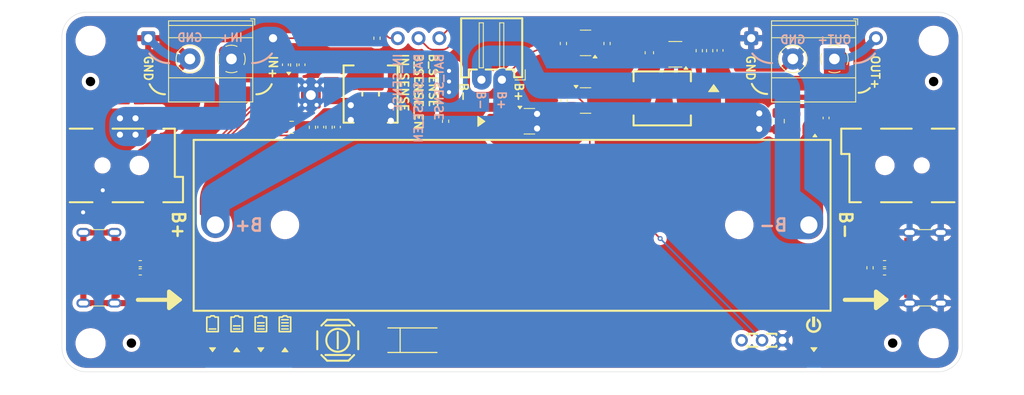
<source format=kicad_pcb>
(kicad_pcb (version 20240108) (generator "pcbnew") (generator_version "8.0")
  (layers (0 "F.Cu" signal) (31 "B.Cu" signal) (34 "B.Paste" user) (35 "F.Paste" user) (36 "B.SilkS" user "B.Silkscreen") (37 "F.SilkS" user "F.Silkscreen") (38 "B.Mask" user) (39 "F.Mask" user) (44 "Edge.Cuts" user))
  (net 0 "")
  (net 1 "B-")
  (net 2 "B+")
  (net 3 "BATVDD")
  (net 4 "GND")
  (net 5 "BOOST")
  (net 6 "VOUT")
  (net 7 "VIN")
  (net 8 "LOAD_SWITCH")
  (net 9 "SW")
  (net 10 "Net-(J1-CC1)")
  (net 11 "Net-(J1-CC2)")
  (net 12 "Net-(J2-CC1)")
  (net 13 "Net-(J2-CC2)")
  (net 14 "LED1")
  (net 15 "LED3")
  (net 16 "LED2")
  (net 17 "Net-(Q2-G)")
  (net 18 "FB")
  (net 19 "KEY")
  (net 20 "Net-(LED5-A)")
  (net 21 "Net-(LED6-A)")
  (net 22 "Net-(C6-Pad1)")
  (net 23 "Net-(C7-Pad1)")
  (net 24 "Net-(R1-Pad2)")
  (net 28 "BAT_SENSE")
  (net 29 "BAT_SENSE_ENABLE")
  (net 30 "Net-(Q3-D)")
  (net 31 "GND_PINS")
  (net 33 "POWER_IN_SENSE")
  (net 34 "BOOST_SW")
  (footprint "custom:PinHeader_1x01_P2.54mm_simple_square" (layer "F.Cu") (at 172.72 76.2)
    (property "Reference" "J12" (hide yes))
    (property "Value" "Conn_01x01")
  )
  (footprint "Resistor_SMD:R_0402_1005Metric" (layer "F.Cu") (at 189.008 104.782)
    (property "Reference" "R13" (hide yes))
    (property "Value" "22K")
  )
  (footprint "custom:LED_0805_2012Metric_Pad1.15x1.40mm_HandSolder_simple" (layer "F.Cu") (at 112.81 114.309 90)
    (property "Reference" "LED3" (hide yes))
    (property "Value" "~")
  )
  (footprint "Capacitor_SMD:C_0402_1005Metric" (layer "F.Cu") (at 122.1615 87.0675 -90)
    (property "Reference" "C2" (hide yes))
    (property "Value" "10uF")
  )
  (footprint "mechanical:JLCPCB-PCBA-Tooling-Hole" (layer "F.Cu") (at 190 113.5)
    (property "Reference" "REF**" (hide yes))
    (property "Value" "JLCPCB-PCBA-Tooling-Hole")
  )
  (footprint "custom:PinHeader_1x01_P2.54mm_simple" (layer "F.Cu") (at 187.96 76.2 -90)
    (property "Reference" "J8" (hide yes))
    (property "Value" "Conn_01x01")
  )
  (footprint "Resistor_SMD:R_0402_1005Metric" (layer "F.Cu") (at 127 76.2 90)
    (property "Reference" "R17" (hide yes))
    (property "Value" "10K")
  )
  (footprint "Resistor_SMD:R_0402_1005Metric" (layer "F.Cu") (at 116.8275 79.4775 90)
    (property "Reference" "R3" (hide yes))
    (property "Value" "2R")
  )
  (footprint "Package_TO_SOT_SMD:SOT-23-6" (layer "F.Cu") (at 163.4435 78.166 180)
    (property "Reference" "U3" (hide yes))
    (property "Value" "MT3608")
  )
  (footprint "Capacitor_SMD:C_0402_1005Metric" (layer "F.Cu") (at 120.1295 87.0675 -90)
    (property "Reference" "C7" (hide yes))
    (property "Value" "10uF")
  )
  (footprint "Resistor_SMD:R_0402_1005Metric" (layer "F.Cu") (at 166.37 77.726 -90)
    (property "Reference" "R9" (hide yes))
    (property "Value" "10K")
  )
  (footprint "custom:SOIC-8-1EP_3.9x4.9mm_P1.27mm_EP2.41x3.3mm_ThermalVias_CustomVias_Large" (layer "F.Cu") (at 118.9245 83.1585)
    (property "Reference" "U1" (hide yes))
    (property "Value" "IP5306")
  )
  (footprint "custom:Inductor_Multi_7.0x6.6_plus" (layer "F.Cu") (at 126.2255 83.0315 -90)
    (property "Reference" "L1" (hide yes))
    (property "Value" "1uH")
  )
  (footprint "Resistor_SMD:R_0805_2012Metric_Pad1.20x1.40mm_HandSolder" (layer "F.Cu") (at 176.022 86.344 90)
    (property "Reference" "R5" (hide yes))
    (property "Value" "100R")
  )
  (footprint "Package_TO_SOT_SMD:SOT-23" (layer "F.Cu") (at 152.4785 83.82)
    (property "Reference" "Q2" (hide yes))
    (property "Value" "AO3401A")
  )
  (footprint "Resistor_SMD:R_0402_1005Metric" (layer "F.Cu") (at 189.008 103.782)
    (property "Reference" "R14" (hide yes))
    (property "Value" "22K")
  )
  (footprint "custom:LED_0805_2012Metric_Pad1.15x1.40mm_HandSolder_simple" (layer "F.Cu") (at 106.91 114.309 90)
    (property "Reference" "LED1" (hide yes))
    (property "Value" "~")
  )
  (footprint "lcsc:BAT-TH_18650-A5BJ001" (layer "F.Cu") (at 143.51 99.04)
    (property "Reference" "BT1" (hide yes))
    (property "Value" "Battery_Cell")
  )
  (footprint "Package_TO_SOT_SMD:SOT-23" (layer "F.Cu") (at 145.6205 86.36)
    (property "Reference" "Q1" (hide yes))
    (property "Value" "AO3401A")
  )
  (footprint "Capacitor_SMD:C_0402_1005Metric" (layer "F.Cu") (at 168.91 77.696 90)
    (property "Reference" "C11" (hide yes))
    (property "Value" "10uF")
  )
  (footprint "custom:D_SMA_simple" (layer "F.Cu") (at 139.732 86.36 180)
    (property "Reference" "D1" (hide yes))
    (property "Value" "SS34")
  )
  (footprint "custom:LED_0805_2012Metric_Pad1.15x1.40mm_HandSolder_simple" (layer "F.Cu") (at 109.86 114.309 -90)
    (property "Reference" "LED2" (hide yes))
    (property "Value" "~")
  )
  (footprint "MountingHole:MountingHole_3.2mm_M3" (layer "F.Cu") (at 195.01 76.514)
    (property "Reference" "REF**" (hide yes))
    (property "Value" "MountingHole_3.2mm_M3")
  )
  (footprint "Resistor_SMD:R_0402_1005Metric" (layer "F.Cu") (at 135.382 86.36 -90)
    (property "Reference" "R6" (hide yes))
    (property "Value" "10K")
  )
  (footprint "custom:USB_C_Receptacle_GCT_USB4125-xx-x_6P_TopMnt_Horizontal_handsolder" (layer "F.Cu") (at 195.068 104.282 90)
    (property "Reference" "J2" (hide yes))
    (property "Value" "USB_C_Receptacle_PowerOnly_6P")
  )
  (footprint "custom:USB_C_Receptacle_GCT_USB4125-xx-x_6P_TopMnt_Horizontal_handsolder" (layer "F.Cu") (at 91.9312 104.282 -90)
    (property "Reference" "J1" (hide yes))
    (property "Value" "USB_C_Receptacle_PowerOnly_6P")
  )
  (footprint "custom:PinHeader_1x03_P2.54mm_Vertical_simple" (layer "F.Cu") (at 134.62 76.2 -90)
    (property "Reference" "J9" (hide yes))
    (property "Value" "Conn_01x03")
  )
  (footprint "mechanical:JLCPCB-PCBA-Tooling-Hole" (layer "F.Cu") (at 195 81.5)
    (property "Reference" "REF**" (hide yes))
    (property "Value" "JLCPCB-PCBA-Tooling-Hole")
  )
  (footprint "Resistor_SMD:R_0402_1005Metric" (layer "F.Cu") (at 187.232 104.284 -90)
    (property "Reference" "R10" (hide yes))
    (property "Value" "10K")
  )
  (footprint "Resistor_SMD:R_0805_2012Metric_Pad1.20x1.40mm_HandSolder" (layer "F.Cu") (at 116.5735 87.0955 180)
    (property "Reference" "R2" (hide yes))
    (property "Value" "20R")
  )
  (footprint "custom:JST_XH_S2B-XH-2AW_1x02_P2.50mm_pad2gnd" (layer "F.Cu") (at 141.01 81.28 180)
    (property "Reference" "J10" (hide yes))
    (property "Value" "Conn_01x02")
  )
  (footprint "custom:PinHeader_1x01_P2.54mm_simple_square" (layer "F.Cu") (at 99.06 76.2)
    (property "Reference" "J11" (hide yes))
    (property "Value" "Conn_01x01")
  )
  (footprint "lcsc:IND-SMD_L7.0-W6.6" (layer "F.Cu") (at 161.846 83.566)
    (property "Reference" "L2" (hide yes))
    (property "Value" "22uH")
  )
  (footprint "MountingHole:MountingHole_3.2mm_M3" (layer "F.Cu") (at 92.01 113.514)
    (property "Reference" "REF**" (hide yes))
    (property "Value" "MountingHole_3.2mm_M3")
  )
  (footprint "Resistor_SMD:R_0402_1005Metric" (layer "F.Cu") (at 119.1135 87.0975 -90)
    (property "Reference" "R1" (hide yes))
    (property "Value" "10K")
  )
  (footprint "custom:DC-IN_DC-050-2.0-BB" (layer "F.Cu") (at 190.448 91.764 180)
    (property "Reference" "J6" (hide yes))
    (property "Value" "Barrel_Jack_Switch")
  )
  (footprint "custom:DC-IN_DC-050-2.0-BB" (layer "F.Cu") (at 96.572 91.764)
    (property "Reference" "J3" (hide yes))
    (property "Value" "Barrel_Jack_Switch")
  )
  (footprint "custom:LED_0805_2012Metric_Pad1.15x1.40mm_HandSolder_simple" (layer "F.Cu") (at 115.76 114.309 -90)
    (property "Reference" "LED4" (hide yes))
    (property "Value" "~")
  )
  (footprint "Capacitor_SMD:C_0603_1608Metric" (layer "F.Cu") (at 160.274 77.978 90)
    (property "Reference" "C10" (hide yes))
    (property "Value" "10uF")
  )
  (footprint "Package_TO_SOT_SMD:SOT-23" (layer "F.Cu") (at 152.4785 76.774 180)
    (property "Reference" "Q3" (hide yes))
    (property "Value" "AO3400A")
  )
  (footprint "custom:SW-TH_DEALON_SS-12D01-GX_simple" (layer "F.Cu") (at 174.041 113.149)
    (property "Reference" "SW2" (hide yes))
    (property "Value" "SW_SPDT")
  )
  (footprint "Capacitor_SMD:C_0402_1005Metric" (layer "F.Cu") (at 115.8115 79.4475 90)
    (property "Reference" "C1" (hide yes))
    (property "Value" "10uF")
  )
  (footprint "custom:PinHeader_1x01_P2.54mm_simple" (layer "F.Cu") (at 114.3 76.2 -90)
    (property "Reference" "J5" (hide yes))
    (property "Value" "Conn_01x01")
  )
  (footprint "MountingHole:MountingHole_3.2mm_M3" (layer "F.Cu") (at 195.01 113.514)
    (property "Reference" "REF**" (hide yes))
    (property "Value" "MountingHole_3.2mm_M3")
  )
  (footprint "custom:TerminalBlock_Phoenix_MKDS-1,5-2-5.08_1x02_P5.08mm_Horizontal" (layer "F.Cu") (at 109.22 78.74 180)
    (property "Reference" "J4" (hide yes))
    (property "Value" "Screw_Terminal_01x02")
  )
  (footprint "Resistor_SMD:R_0402_1005Metric" (layer "F.Cu") (at 121.1455 87.0955 -90)
    (property "Reference" "R4" (hide yes))
    (property "Value" "2R")
  )
  (footprint "custom:SOT-23-5_simple" (layer "F.Cu") (at 179.2025 86.426 180)
    (property "Reference" "U2" (hide yes))
    (property "Value" "XB5350D0")
  )
  (footprint "custom:Push-Button-SMD-4x4x1.5mm_2P_Large_Pads" (layer "F.Cu") (at 122.208 113.149)
    (property "Reference" "SW1" (hide yes))
    (property "Value" "SW_Push")
  )
  (footprint "custom:D_SMA_simple" (layer "F.Cu") (at 168.12 82.328 -90)
    (property "Reference" "D2" (hide yes))
    (property "Value" "SS34")
  )
  (footprint "Resistor_SMD:R_0402_1005Metric" (layer "F.Cu") (at 149.86 83.822 90)
    (property "Reference" "R7" (hide yes))
    (property "Value" "10K")
  )
  (footprint "Resistor_SMD:R_0402_1005Metric" (layer "F.Cu") (at 98.08 103.782)
    (property "Reference" "R12" (hide yes))
    (property "Value" "5K1")
  )
  (footprint "mechanical:JLCPCB-PCBA-Tooling-Hole" (layer "F.Cu") (at 97 113.5)
    (property "Reference" "REF**" (hide yes))
    (property "Value" "JLCPCB-PCBA-Tooling-Hole")
  )
  (footprint "Resistor_SMD:R_0402_1005Metric" (layer "F.Cu") (at 98.08 104.782)
    (property "Reference" "R11" (hide yes))
    (property "Value" "5K1")
  )
  (footprint "Capacitor_SMD:C_0402_1005Metric" (layer "F.Cu") (at 181.864 85.956 90)
    (property "Reference" "C9" (hide yes))
    (property "Value" "0.1uF")
  )
  (footprint "MountingHole:MountingHole_3.2mm_M3" (layer "F.Cu") (at 92.01 76.514)
    (property "Reference" "REF**" (hide yes))
    (property "Value" "MountingHole_3.2mm_M3")
  )
  (footprint "Resistor_SMD:R_0402_1005Metric" (layer "F.Cu") (at 149.7725 76.851 90)
    (property "Reference" "R15" (hide yes))
    (property "Value" "10K")
  )
  (footprint "lcsc:LED-SMD_3P-L5.7-W3.0-RD" (layer "F.Cu") (at 131.2895 113.1395)
    (property "Reference" "LED5" (hide yes))
    (property "Value" "~")
  )
  (footprint "Resistor_SMD:R_0402_1005Metric" (layer "F.Cu") (at 155.1065 76.851 -90)
    (property "Reference" "R16" (hide yes))
    (property "Value" "10K")
  )
  (footprint "Capacitor_SMD:C_0402_1005Metric" (layer "F.Cu") (at 117.8435 79.4475 90)
    (property "Reference" "C6" (hide yes))
    (property "Value" "10uF")
  )
  (footprint "Resistor_SMD:R_0402_1005Metric" (layer "F.Cu") (at 167.64 77.726 90)
    (property "Reference" "R8" (hide yes))
    (property "Value" "75K")
  )
  (footprint "custom:TerminalBlock_Phoenix_MKDS-1,5-2-5.08_1x02_P5.08mm_Horizontal" (layer "F.Cu") (at 182.88 78.74 180)
    (property "Reference" "J7" (hide yes))
    (property "Value" "Screw_Terminal_01x02")
  )
  (footprint "custom:LED_0805_2012Metric_Pad1.15x1.40mm_HandSolder_simple" (layer "F.Cu") (at 180.374 114.3 90)
    (property "Reference" "LED6" (hide yes))
    (property "Value" "Boost")
  )
  (footprint "graphics:icon-power-2mm" (layer "F.Cu") (at 180.34 111.252)
    (property "Reference" "G***" (hide yes))
    (property "Value" "LOGO" (hide yes))
  )
  (footprint "mechanical:JLCPCB-PCBA-Tooling-Hole" (layer "F.Cu") (at 92 81.5)
    (property "Reference" "REF**" (hide yes))
    (property "Value" "JLCPCB-PCBA-Tooling-Hole")
  )
  (gr_arc (start 101.6 79.248002) (mid 100.260857 78.938067) (end 99.194054 78.071293) (stroke (width 0.25)) (layer "B.SilkS"))
  (gr_arc (start 114.165946 78.071291) (mid 113.099143 78.938065) (end 111.76 79.248) (stroke (width 0.25)) (layer "B.SilkS"))
  (gr_arc (start 175.26 79.248002) (mid 173.920857 78.938067) (end 172.854054 78.071293) (stroke (width 0.25)) (layer "B.SilkS"))
  (gr_arc (start 187.825946 78.071291) (mid 186.759143 78.938065) (end 185.42 79.248) (stroke (width 0.25)) (layer "B.SilkS"))
  (gr_rect (start 112.3696 111.3282) (end 113.2586 111.4552) (stroke (width 0.05)) (fill solid) (layer "F.SilkS"))
  (gr_arc (start 101.092 83.058) (mid 99.973402 82.722397) (end 99.224297 81.826444) (stroke (width 0.25)) (layer "F.SilkS"))
  (gr_arc (start 114.135703 81.826444) (mid 113.386598 82.722397) (end 112.268 83.058) (stroke (width 0.25)) (layer "F.SilkS"))
  (gr_rect (start 115.316 110.9472) (end 116.205 111.0742) (stroke (width 0.05)) (fill solid) (layer "F.SilkS"))
  (gr_poly (pts (xy 187.96 107.188) (xy 189.23 108.204) (xy 187.96 109.22)) (stroke (width 0.5)) (fill solid) (layer "F.SilkS"))
  (gr_line (start 184.15 108.204) (end 189.23 108.204) (stroke (width 0.5)) (layer "F.SilkS"))
  (gr_poly (pts (xy 101.6 107.188) (xy 102.87 108.204) (xy 101.6 109.22)) (stroke (width 0.5)) (fill solid) (layer "F.SilkS"))
  (gr_rect (start 115.316 110.5662) (end 116.205 110.6932) (stroke (width 0.05)) (fill solid) (layer "F.SilkS"))
  (gr_rect (start 109.4232 111.7092) (end 110.3122 111.8362) (stroke (width 0.05)) (fill solid) (layer "F.SilkS"))
  (gr_poly (pts (xy 106.2101 112.0902) (xy 107.6071 112.0902) (xy 107.6071 110.3122) (xy 107.2261 110.3122) (xy 107.0991 110.1598) (xy 106.7181 110.1598) (xy 106.5911 110.3122) (xy 106.2101 110.3122)) (stroke (width 0.2)) (fill none) (layer "F.SilkS"))
  (gr_line (start 97.79 108.204) (end 102.87 108.204) (stroke (width 0.5)) (layer "F.SilkS"))
  (gr_rect (start 109.4232 111.3282) (end 110.3122 111.4552) (stroke (width 0.05)) (fill solid) (layer "F.SilkS"))
  (gr_rect (start 112.3696 111.7092) (end 113.2586 111.8362) (stroke (width 0.05)) (fill solid) (layer "F.SilkS"))
  (gr_rect (start 115.316 111.3282) (end 116.205 111.4552) (stroke (width 0.05)) (fill solid) (layer "F.SilkS"))
  (gr_rect (start 112.3696 110.9472) (end 113.2586 111.0742) (stroke (width 0.05)) (fill solid) (layer "F.SilkS"))
  (gr_poly (pts (xy 112.1156 112.0902) (xy 113.5126 112.0902) (xy 113.5126 110.3122) (xy 113.1316 110.3122) (xy 113.0046 110.1598) (xy 112.6236 110.1598) (xy 112.4966 110.3122) (xy 112.1156 110.3122)) (stroke (width 0.2)) (fill none) (layer "F.SilkS"))
  (gr_arc (start 174.662297 83.019556) (mid 173.543699 82.683953) (end 172.794594 81.788) (stroke (width 0.25)) (layer "F.SilkS"))
  (gr_poly (pts (xy 115.062 112.0902) (xy 116.459 112.0902) (xy 116.459 110.3122) (xy 116.078 110.3122) (xy 115.951 110.1598) (xy 115.57 110.1598) (xy 115.443 110.3122) (xy 115.062 110.3122)) (stroke (width 0.2)) (fill none) (layer "F.SilkS"))
  (gr_rect (start 115.316 111.7092) (end 116.205 111.8362) (stroke (width 0.05)) (fill solid) (layer "F.SilkS"))
  (gr_poly (pts (xy 109.1692 112.0902) (xy 110.5662 112.0902) (xy 110.5662 110.3122) (xy 110.1852 110.3122) (xy 110.0582 110.1598) (xy 109.6772 110.1598) (xy 109.5502 110.3122) (xy 109.1692 110.3122)) (stroke (width 0.2)) (fill none) (layer "F.SilkS"))
  (gr_rect (start 106.4641 111.7092) (end 107.3531 111.8362) (stroke (width 0.05)) (fill solid) (layer "F.SilkS"))
  (gr_arc (start 187.197999 82.295999) (mid 186.577136 82.723911) (end 185.838297 82.874568) (stroke (width 0.25)) (layer "F.SilkS"))
  (gr_poly (pts (arc (start 198.51 76.014) (mid 197.63132 73.89268) (end 195.51 73.014)) (arc (start 91.51 73.014) (mid 89.38868 73.89268) (end 88.51 76.014)) (arc (start 88.51 114.014) (mid 89.38868 116.13532) (end 91.51 117.014)) (arc (start 195.51 117.014) (mid 197.63132 116.13532) (end 198.51 114.014))) (stroke (width 0.05)) (fill none) (layer "Edge.Cuts"))
  (gr_text "BAT_SENSE_EN" (at 132.08 77.978 90) (layer "B.SilkS") (effects (font (size 1 1) (thickness 0.2) (bold yes)) (justify left mirror)))
  (gr_text "B+" (at 142.24 82.55 270) (layer "B.SilkS") (effects (font (size 1 1) (thickness 0.2) (bold yes)) (justify left)))
  (gr_text "B-" (at 177.292 99.06 0) (layer "B.SilkS") (effects (font (size 1.5 1.5) (thickness 0.3) (bold yes)) (justify left mirror)))
  (gr_text "B-" (at 139.7 82.55 270) (layer "B.SilkS") (effects (font (size 1 1) (thickness 0.2) (bold yes)) (justify left)))
  (gr_text "OUT+" (at 182.88 76.962 0) (layer "B.SilkS") (effects (font (size 1 1) (thickness 0.2) (bold yes)) (justify bottom mirror)))
  (gr_text "GND" (at 177.8 76.962 0) (layer "B.SilkS") (effects (font (size 1 1) (thickness 0.2) (bold yes)) (justify bottom mirror)))
  (gr_text "BAT_SENSE" (at 134.62 77.978 90) (layer "B.SilkS") (effects (font (size 1 1) (thickness 0.2) (bold yes)) (justify left mirror)))
  (gr_text "GND" (at 104.14 76.708 0) (layer "B.SilkS") (effects (font (size 1 1) (thickness 0.2) (bold yes)) (justify bottom mirror)))
  (gr_text "B+" (at 109.474 99.06 0) (layer "B.SilkS") (effects (font (size 1.5 1.5) (thickness 0.3) (bold yes)) (justify right mirror)))
  (gr_text "IN+" (at 109.22 76.708 0) (layer "B.SilkS") (effects (font (size 1 1) (thickness 0.2) (bold yes)) (justify bottom mirror)))
  (gr_text "IN_SENSE" (at 129.54 77.978 90) (layer "B.SilkS") (effects (font (size 1 1) (thickness 0.2) (bold yes)) (justify left mirror)))
  (gr_text "GND" (at 172.630297 78.193556 270) (layer "F.SilkS") (effects (font (size 1 1) (thickness 0.2) (bold yes)) (justify left)))
  (gr_text "B+" (at 143.764 81.534 -90) (layer "F.SilkS") (effects (font (size 1 1) (thickness 0.2) (bold yes)) (justify left bottom)))
  (gr_text "IN+" (at 114.3 78.232 270) (layer "F.SilkS") (effects (font (size 1 1) (thickness 0.2) (bold yes)) (justify left)))
  (gr_text "B_SENSE_EN" (at 132.08 77.978 270) (layer "F.SilkS") (effects (font (size 1 1) (thickness 0.2) (bold yes)) (justify left)))
  (gr_text "OUT+" (at 187.870297 78.193556 270) (layer "F.SilkS") (effects (font (size 1 1) (thickness 0.2) (bold yes)) (justify left)))
  (gr_text "B_SENSE" (at 133.858 77.978 270) (layer "F.SilkS") (effects (font (size 1 1) (thickness 0.2) (bold yes)) (justify left)))
  (gr_text "IN_SENSE" (at 130.302 77.978 270) (layer "F.SilkS") (effects (font (size 1 1) (thickness 0.2) (bold yes)) (justify left)))
  (gr_text "B+" (at 103.632 99.06 270) (layer "F.SilkS") (effects (font (size 1.5 1.5) (thickness 0.3) (bold yes)) (justify top)))
  (gr_text "B-" (at 138.176 81.534 270) (layer "F.SilkS") (effects (font (size 1 1) (thickness 0.2) (bold yes)) (justify left top)))
  (gr_text "B-" (at 183.388 99.06 270) (layer "F.SilkS") (effects (font (size 1.5 1.5) (thickness 0.3) (bold yes)) (justify bottom)))
  (gr_text "GND" (at 99.06 78.232 270) (layer "F.SilkS") (effects (font (size 1 1) (thickness 0.2) (bold yes)) (justify left)))
  (segment (start 179.948816 88.5) (end 180.731184 88.5) (width 0.5) (layer "F.Cu") (net 1))
  (segment (start 179.774816 86.426) (end 179.2275 86.973316) (width 0.5) (layer "F.Cu") (net 1))
  (segment (start 181.864 87.367184) (end 181.864 86.436) (width 0.5) (layer "F.Cu") (net 1))
  (segment (start 179.2275 87.778684) (end 179.948816 88.5) (width 0.5) (layer "F.Cu") (net 1))
  (segment (start 179.2275 86.973316) (end 179.2275 87.778684) (width 0.5) (layer "F.Cu") (net 1))
  (segment (start 180.731184 88.5) (end 181.864 87.367184) (width 0.5) (layer "F.Cu") (net 1))
  (segment (start 180.34 86.426) (end 179.774816 86.426) (width 0.5) (layer "F.Cu") (net 1))
  (segment (start 173.7 87.3) (end 173.744 87.344) (width 0.75) (layer "F.Cu") (net 2))
  (segment (start 144.714534 78.825466) (end 142.26 81.28) (width 0.2) (layer "F.Cu") (net 2))
  (segment (start 149.7725 77.361) (end 148.250068 77.361) (width 0.2) (layer "F.Cu") (net 2))
  (segment (start 173.744 87.344) (end 176.022 87.344) (width 0.75) (layer "F.Cu") (net 2))
  (segment (start 146.558 85.458) (end 146.558 86.36) (width 0.75) (layer "F.Cu") (net 2))
  (segment (start 146.558 87.242) (end 146.558 86.36) (width 0.75) (layer "F.Cu") (net 2))
  (segment (start 173.7 85.4) (end 173.7 87.3) (width 0.75) (layer "F.Cu") (net 2))
  (via (at 128.7 86.3) (size 1.5) (drill 0.75) (layers "F.Cu" "B.Cu") (net 2))
  (via (at 173.7 85.4) (size 1.5) (drill 0.75) (layers "F.Cu" "B.Cu") (net 2))
  (via (at 123.8 86.2) (size 1.5) (drill 0.75) (layers "F.Cu" "B.Cu") (net 2))
  (via (at 146.558 85.458) (size 1.5) (drill 0.75) (layers "F.Cu" "B.Cu") (net 2))
  (via (at 123.8 84.4) (size 1.5) (drill 0.75) (layers "F.Cu" "B.Cu") (net 2))
  (via (at 146.558 87.242) (size 1.5) (drill 0.75) (layers "F.Cu" "B.Cu") (net 2))
  (via (at 128.7 84.5) (size 1.5) (drill 0.75) (layers "F.Cu" "B.Cu") (net 2))
  (via (at 173.7 87.3) (size 1.5) (drill 0.75) (layers "F.Cu" "B.Cu") (net 2))
  (arc (start 148.250068 77.361) (mid 146.336651 77.741602) (end 144.714534 78.825466) (width 0.2) (layer "F.Cu") (net 2))
  (segment (start 180.34 85.476) (end 181.864 85.476) (width 0.5) (layer "F.Cu") (net 3))
  (segment (start 176.866 84.5) (end 179.364 84.5) (width 0.5) (layer "F.Cu") (net 3))
  (segment (start 179.364 84.5) (end 180.34 85.476) (width 0.5) (layer "F.Cu") (net 3))
  (segment (start 176.022 85.344) (end 176.866 84.5) (width 0.5) (layer "F.Cu") (net 3))
  (segment (start 163.4185 75.9185) (end 163.4 75.9) (width 0.5) (layer "F.Cu") (net 4))
  (segment (start 163.4185 77.458892) (end 163.4185 75.9185) (width 0.5) (layer "F.Cu") (net 4))
  (segment (start 163.772054 78.019553) (end 163.564946 77.812445) (width 0.5) (layer "F.Cu") (net 4))
  (segment (start 164.581 78.166) (end 164.125608 78.166) (width 0.5) (layer "F.Cu") (net 4))
  (via (at 93.5 94.8) (size 1) (drill 0.5) (layers "F.Cu" "B.Cu") (net 4))
  (via (at 91.1 97.5) (size 1) (drill 0.5) (layers "F.Cu" "B.Cu") (net 4))
  (arc (start 163.564946 77.812445) (mid 163.45656 77.650233) (end 163.4185 77.458892) (width 0.5) (layer "F.Cu") (net 4))
  (arc (start 164.125608 78.166) (mid 163.934266 78.12794) (end 163.772054 78.019553) (width 0.5) (layer "F.Cu") (net 4))
  (segment (start 188.498 103.782) (end 188.498 104.782) (width 0.75) (layer "F.Cu") (net 6))
  (segment (start 188.498 104.782) (end 188.498 105.101999) (width 0.75) (layer "F.Cu") (net 6))
  (segment (start 187.232 103.774) (end 188.186001 103.774) (width 0.75) (layer "F.Cu") (net 6))
  (segment (start 188.498 105.101999) (end 189.198001 105.802) (width 0.75) (layer "F.Cu") (net 6))
  (segment (start 189.198001 105.802) (end 191.788 105.802) (width 0.75) (layer "F.Cu") (net 6))
  (segment (start 188.498 103.462001) (end 188.498 103.782) (width 0.75) (layer "F.Cu") (net 6))
  (segment (start 188.498 103.002) (end 188.498 103.462001) (width 0.75) (layer "F.Cu") (net 6))
  (segment (start 188.738 102.762) (end 188.498 103.002) (width 0.75) (layer "F.Cu") (net 6))
  (segment (start 182.88 78.74) (end 183.348932 78.74) (width 1) (layer "F.Cu") (net 6))
  (segment (start 191.788 102.762) (end 188.738 102.762) (width 0.75) (layer "F.Cu") (net 6))
  (segment (start 188.186001 103.774) (end 188.498 103.462001) (width 0.75) (layer "F.Cu") (net 6))
  (segment (start 186.884466 77.275534) (end 187.96 76.2) (width 1) (layer "B.Cu") (net 6))
  (segment (start 182.88 78.74) (end 183.348932 78.74) (width 1) (layer "B.Cu") (net 6))
  (arc (start 186.884466 77.275534) (mid 185.262349 78.359398) (end 183.348932 78.74) (width 1) (layer "B.Cu") (net 6))
  (segment (start 96.0112 102.762) (end 95.2112 102.762) (width 0.75) (layer "F.Cu") (net 7))
  (segment (start 94.36569 105.802) (end 95.2112 105.802) (width 0.75) (layer "F.Cu") (net 7))
  (segment (start 127 76.71) (end 121.417107 76.71) (width 0.2) (layer "F.Cu") (net 7))
  (segment (start 95.2112 102.762) (end 94.36569 102.762) (width 0.75) (layer "F.Cu") (net 7))
  (segment (start 93.8 105.23631) (end 94.36569 105.802) (width 0.75) (layer "F.Cu") (net 7))
  (segment (start 109.22 78.74) (end 109.688932 78.74) (width 1) (layer "F.Cu") (net 7))
  (segment (start 95.7 88.242) (end 95.7 93.6) (width 0.75) (layer "F.Cu") (net 7))
  (segment (start 93.8 103.32769) (end 93.8 105.23631) (width 0.75) (layer "F.Cu") (net 7))
  (segment (start 96.875 94.775) (end 96.875 101.8982) (width 0.75) (layer "F.Cu") (net 7))
  (segment (start 94.36569 102.762) (end 93.8 103.32769) (width 0.75) (layer "F.Cu") (net 7))
  (segment (start 121.063553 76.563553) (end 120.846446 76.346446) (width 0.2) (layer "F.Cu") (net 7))
  (segment (start 120.492893 76.2) (end 114.3 76.2) (width 0.2) (layer "F.Cu") (net 7))
  (segment (start 96.875 101.8982) (end 96.0112 102.762) (width 0.75) (layer "F.Cu") (net 7))
  (segment (start 95.7 93.6) (end 96.875 94.775) (width 0.75) (layer "F.Cu") (net 7))
  (segment (start 93.472 86.014) (end 95.7 88.242) (width 0.75) (layer "F.Cu") (net 7))
  (via (at 135.8 81.5) (size 1) (drill 0.5) (layers "F.Cu" "B.Cu") (net 7))
  (via (at 95.6 86) (size 1.5) (drill 0.75) (layers "F.Cu" "B.Cu") (net 7))
  (via (at 135.8 82.8) (size 1) (drill 0.5) (layers "F.Cu" "B.Cu") (net 7))
  (via (at 95.6 88) (size 1.5) (drill 0.75) (layers "F.Cu" "B.Cu") (net 7))
  (via (at 97.5 88) (size 1.5) (drill 0.75) (layers "F.Cu" "B.Cu") (net 7))
  (via (at 135.8 80.2) (size 1) (drill 0.5) (layers "F.Cu" "B.Cu") (net 7))
  (via (at 97.5 86) (size 1.5) (drill 0.75) (layers "F.Cu" "B.Cu") (net 7))
  (arc (start 121.063553 76.563553) (mid 121.225765 76.67194) (end 121.417107 76.71) (width 0.2) (layer "F.Cu") (net 7))
  (arc (start 120.492893 76.2) (mid 120.684234 76.23806) (end 120.846446 76.346446) (width 0.2) (layer "F.Cu") (net 7))
  (segment (start 95.2112 103.782) (end 97.57 103.782) (width 0.5) (layer "F.Cu") (net 10))
  (segment (start 97.57 104.782) (end 95.2112 104.782) (width 0.5) (layer "F.Cu") (net 11))
  (segment (start 189.518 104.782) (end 191.788 104.782) (width 0.5) (layer "F.Cu") (net 12))
  (segment (start 191.788 103.782) (end 189.518 103.782) (width 0.5) (layer "F.Cu") (net 13))
  (segment (start 109.86 113.284) (end 109.86 110.068327) (width 0.2) (layer "F.Cu") (net 14))
  (segment (start 108.98132 107.947006) (end 104.314466 103.280152) (width 0.2) (layer "F.Cu") (net 14))
  (segment (start 104.314466 91.788476) (end 111.224263 84.878679) (width 0.2) (layer "F.Cu") (net 14))
  (segment (start 115.506128 83.12132) (end 115.957502 82.669946) (width 0.2) (layer "F.Cu") (net 14))
  (segment (start 113.345583 84) (end 113.384807 84) (width 0.2) (layer "F.Cu") (net 14))
  (segment (start 116.311055 82.5235) (end 116.4495 82.5235) (width 0.2) (layer "F.Cu") (net 14))
  (segment (start 102.85 99.744618) (end 102.85 95.32401) (width 0.2) (layer "F.Cu") (net 14))
  (arc (start 109.86 110.068327) (mid 109.631638 108.920276) (end 108.98132 107.947006) (width 0.2) (layer "F.Cu") (net 14))
  (arc (start 102.85 99.744618) (mid 103.230602 101.658035) (end 104.314466 103.280152) (width 0.2) (layer "F.Cu") (net 14))
  (arc (start 102.85 95.32401) (mid 103.230602 93.410593) (end 104.314466 91.788476) (width 0.2) (layer "F.Cu") (net 14))
  (arc (start 115.506128 83.12132) (mid 114.532858 83.771639) (end 113.384807 84) (width 0.2) (layer "F.Cu") (net 14))
  (arc (start 116.311055 82.5235) (mid 116.119714 82.56156) (end 115.957502 82.669946) (width 0.2) (layer "F.Cu") (net 14))
  (arc (start 113.345583 84) (mid 112.197533 84.228361) (end 111.224263 84.878679) (width 0.2) (layer "F.Cu") (net 14))
  (segment (start 103.650118 95.644531) (end 103.651538 95.513632) (width 0.2) (layer "F.Cu") (net 15))
  (segment (start 116.156608 85.356392) (end 116.4495 85.0635) (width 0.2) (layer "F.Cu") (net 15))
  (segment (start 105.015284 92.221217) (end 105.10684 92.127642) (width 0.2) (layer "F.Cu") (net 15))
  (segment (start 103.659032 95.361017) (end 103.682793 95.089431) (width 0.2) (layer "F.Cu") (net 15))
  (segment (start 112.120562 85.942179) (end 114.742394 85.942179) (width 0.2) (layer "F.Cu") (net 15))
  (segment (start 103.705568 94.916444) (end 103.751022 94.658664) (width 0.2) (layer "F.Cu") (net 15))
  (segment (start 103.998548 101.244702) (end 103.90902 100.998733) (width 0.2) (layer "F.Cu") (net 15))
  (segment (start 103.856551 100.832326) (end 103.788803 100.57949) (width 0.2) (layer "F.Cu") (net 15))
  (segment (start 105.106763 102.940095) (end 105.015218 102.84651) (width 0.2) (layer "F.Cu") (net 15))
  (segment (start 104.737472 92.543232) (end 104.912751 92.334343) (width 0.2) (layer "F.Cu") (net 15))
  (segment (start 104.25649 93.269916) (end 104.387369 93.043227) (width 0.2) (layer "F.Cu") (net 15))
  (segment (start 104.91284 102.733543) (end 104.737489 102.524569) (width 0.2) (layer "F.Cu") (net 15))
  (segment (start 104.387387 102.024578) (end 104.256507 101.797888) (width 0.2) (layer "F.Cu") (net 15))
  (segment (start 103.682808 99.978387) (end 103.65904 99.706743) (width 0.2) (layer "F.Cu") (net 15))
  (segment (start 114.521573 110.6) (end 113.594924 110.6) (width 0.2) (layer "F.Cu") (net 15))
  (segment (start 112.18071 110.014213) (end 105.122255 102.955758) (width 0.2) (layer "F.Cu") (net 15))
  (segment (start 104.065301 93.66191) (end 104.175925 93.424677) (width 0.2) (layer "F.Cu") (net 15))
  (segment (start 104.631275 102.38615) (end 104.481136 102.171732) (width 0.2) (layer "F.Cu") (net 15))
  (segment (start 104.481118 92.896072) (end 104.631256 92.681654) (width 0.2) (layer "F.Cu") (net 15))
  (segment (start 115.76 115.334) (end 116.314214 114.779786) (width 0.2) (layer "F.Cu") (net 15))
  (segment (start 105.122177 92.112137) (end 110.706349 86.527965) (width 0.2) (layer "F.Cu") (net 15))
  (segment (start 103.65 99.401523) (end 103.65 95.666234) (width 0.2) (layer "F.Cu") (net 15))
  (segment (start 103.651547 99.55424) (end 103.650119 99.423346) (width 0.2) (layer "F.Cu") (net 15))
  (segment (start 116.314213 111.564213) (end 115.935786 111.185786) (width 0.2) (layer "F.Cu") (net 15))
  (segment (start 103.751038 100.409151) (end 103.705583 100.151369) (width 0.2) (layer "F.Cu") (net 15))
  (segment (start 103.909001 94.069084) (end 103.998529 93.82311) (width 0.2) (layer "F.Cu") (net 15))
  (segment (start 104.175944 101.643131) (end 104.065317 101.405894) (width 0.2) (layer "F.Cu") (net 15))
  (segment (start 116.9 113.365573) (end 116.9 112.978427) (width 0.2) (layer "F.Cu") (net 15))
  (segment (start 103.788787 94.48832) (end 103.856537 94.235478) (width 0.2) (layer "F.Cu") (net 15))
  (arc (start 104.91284 102.733543) (mid 104.962952 102.791003) (end 105.015218 102.84651) (width 0.2) (layer "F.Cu") (net 15))
  (arc (start 104.387387 102.024578) (mid 104.432656 102.099178) (end 104.481136 102.171732) (width 0.2) (layer "F.Cu") (net 15))
  (arc (start 112.18071 110.014213) (mid 112.829557 110.447759) (end 113.594924 110.6) (width 0.2) (layer "F.Cu") (net 15))
  (arc (start 105.122255 102.955758) (mid 105.114488 102.947948) (end 105.106763 102.940095) (width 0.2) (layer "F.Cu") (net 15))
  (arc (start 105.015284 92.221217) (mid 104.962938 92.276801) (end 104.912751 92.334343) (width 0.2) (layer "F.Cu") (net 15))
  (arc (start 103.751022 94.658664) (mid 103.768046 94.57308) (end 103.788787 94.48832) (width 0.2) (layer "F.Cu") (net 15))
  (arc (start 116.9 113.365573) (mid 116.747759 114.13094) (end 116.314214 114.779786) (width 0.2) (layer "F.Cu") (net 15))
  (arc (start 104.737489 102.524569) (mid 104.682872 102.456518) (end 104.631275 102.38615) (width 0.2) (layer "F.Cu") (net 15))
  (arc (start 104.175925 93.424677) (mid 104.214519 93.346417) (end 104.25649 93.269916) (width 0.2) (layer "F.Cu") (net 15))
  (arc (start 103.90902 100.998733) (mid 103.88097 100.916102) (end 103.856551 100.832326) (width 0.2) (layer "F.Cu") (net 15))
  (arc (start 104.065301 93.66191) (mid 104.030156 93.741782) (end 103.998529 93.82311) (width 0.2) (layer "F.Cu") (net 15))
  (arc (start 104.481118 92.896072) (mid 104.432638 92.968627) (end 104.387369 93.043227) (width 0.2) (layer "F.Cu") (net 15))
  (arc (start 103.65 99.401523) (mid 103.65003 99.412435) (end 103.650119 99.423346) (width 0.2) (layer "F.Cu") (net 15))
  (arc (start 116.9 112.978427) (mid 116.747759 112.21306) (end 116.314213 111.564213) (width 0.2) (layer "F.Cu") (net 15))
  (arc (start 104.256507 101.797888) (mid 104.214537 101.721388) (end 104.175944 101.643131) (width 0.2) (layer "F.Cu") (net 15))
  (arc (start 103.998548 101.244702) (mid 104.030174 101.326026) (end 104.065317 101.405894) (width 0.2) (layer "F.Cu") (net 15))
  (arc (start 103.659032 95.361017) (mid 103.653827 95.437253) (end 103.651538 95.513632) (width 0.2) (layer "F.Cu") (net 15))
  (arc (start 103.705568 94.916444) (mid 103.692293 95.002689) (end 103.682793 95.089431) (width 0.2) (layer "F.Cu") (net 15))
  (arc (start 103.651547 99.55424) (mid 103.653838 99.630563) (end 103.65904 99.706743) (width 0.2) (layer "F.Cu") (net 15))
  (arc (start 103.751038 100.409151) (mid 103.768062 100.494733) (end 103.788803 100.57949) (width 0.2) (layer "F.Cu") (net 15))
  (arc (start 103.682808 99.978387) (mid 103.692308 100.065126) (end 103.705583 100.151369) (width 0.2) (layer "F.Cu") (net 15))
  (arc (start 115.935786 111.185786) (mid 115.28694 110.752241) (end 114.521573 110.6) (width 0.2) (layer "F.Cu") (net 15))
  (arc (start 103.65 95.666234) (mid 103.650029 95.655382) (end 103.650118 95.644531) (width 0.2) (layer "F.Cu") (net 15))
  (arc (start 105.122177 92.112137) (mid 105.114487 92.119869) (end 105.10684 92.127642) (width 0.2) (layer "F.Cu") (net 15))
  (arc (start 104.631256 92.681654) (mid 104.682854 92.611284) (end 104.737472 92.543232) (width 0.2) (layer "F.Cu") (net 15))
  (arc (start 114.742394 85.942179) (mid 115.507761 85.789938) (end 116.156608 85.356392) (width 0.2) (layer "F.Cu") (net 15))
  (arc (start 103.909001 94.069084) (mid 103.880954 94.151709) (end 103.856537 94.235478) (width 0.2) (layer "F.Cu") (net 15))
  (arc (start 110.706349 86.527965) (mid 111.355195 86.09442) (end 112.120562 85.942179) (width 0.2) (layer "F.Cu") (net 15))
  (segment (start 116.428787 83.814213) (end 116.4495 83.7935) (width 0.2) (layer "F.Cu") (net 16))
  (segment (start 112.81 113.284) (end 112.81 112.452641) (width 0.2) (layer "F.Cu") (net 16))
  (segment (start 103.25 99.578932) (end 103.25 95.489696) (width 0.2) (layer "F.Cu") (net 16))
  (segment (start 104.714466 91.954162) (end 111.389949 85.278679) (width 0.2) (layer "F.Cu") (net 16))
  (segment (start 111.93132 110.33132) (end 104.714466 103.114466) (width 0.2) (layer "F.Cu") (net 16))
  (segment (start 113.511269 84.4) (end 115.014573 84.4) (width 0.2) (layer "F.Cu") (net 16))
  (arc (start 112.81 112.452641) (mid 112.581638 111.30459) (end 111.93132 110.33132) (width 0.2) (layer "F.Cu") (net 16))
  (arc (start 115.014573 84.4) (mid 115.77994 84.247759) (end 116.428787 83.814213) (width 0.2) (layer "F.Cu") (net 16))
  (arc (start 111.389949 85.278679) (mid 112.363219 84.628361) (end 113.511269 84.4) (width 0.2) (layer "F.Cu") (net 16))
  (arc (start 103.25 99.578932) (mid 103.630602 101.492349) (end 104.714466 103.114466) (width 0.2) (layer "F.Cu") (net 16))
  (arc (start 103.25 95.489696) (mid 103.630602 93.576279) (end 104.714466 91.954162) (width 0.2) (layer "F.Cu") (net 16))
  (segment (start 152.294526 84.17) (end 151.687446 83.56292) (width 0.2) (layer "F.Cu") (net 17))
  (segment (start 152.853553 84.729027) (end 152.5785 84.453974) (width 0.2) (layer "F.Cu") (net 17))
  (segment (start 153.780988 92.724737) (end 153.562783 92.346799) (width 0.2) (layer "F.Cu") (net 17))
  (segment (start 153.562783 92.346799) (end 153.378347 91.951281) (width 0.2) (layer "F.Cu") (net 17))
  (segment (start 161.596 100.704) (end 154.464466 93.572466) (width 0.2) (layer "F.Cu") (net 17))
  (segment (start 154.311821 93.416525) (end 154.031303 93.082219) (width 0.2) (layer "F.Cu") (net 17))
  (segment (start 153.229085 91.541193) (end 153.116132 91.119658) (width 0.2) (layer "F.Cu") (net 17))
  (segment (start 153.00231 90.255135) (end 153 90.036932) (width 0.2) (layer "F.Cu") (net 17))
  (segment (start 150.155553 83.016447) (end 149.86 83.312) (width 0.2) (layer "F.Cu") (net 17))
  (segment (start 152.5785 84.453974) (end 152.5785 84.429448) (width 0.2) (layer "F.Cu") (net 17))
  (segment (start 151.541 83.209367) (end 151.541 82.87) (width 0.2) (layer "F.Cu") (net 17))
  (segment (start 152.319052 84.17) (end 152.294526 84.17) (width 0.2) (layer "F.Cu") (net 17))
  (segment (start 152.5785 84.429448) (end 152.319052 84.17) (width 0.2) (layer "F.Cu") (net 17))
  (segment (start 153.378347 91.951281) (end 153.229085 91.541193) (width 0.2) (layer "F.Cu") (net 17))
  (segment (start 154.031303 93.082219) (end 153.780988 92.724737) (width 0.2) (layer "F.Cu") (net 17))
  (segment (start 151.541 82.87) (end 150.509107 82.87) (width 0.2) (layer "F.Cu") (net 17))
  (segment (start 153.040348 90.689881) (end 153.00231 90.255135) (width 0.2) (layer "F.Cu") (net 17))
  (segment (start 154.464466 93.572466) (end 154.311821 93.416525) (width 0.2) (layer "F.Cu") (net 17))
  (segment (start 153 90.036932) (end 153 85.082581) (width 0.2) (layer "F.Cu") (net 17))
  (segment (start 153.116132 91.119658) (end 153.040348 90.689881) (width 0.2) (layer "F.Cu") (net 17))
  (via (at 161.596 100.704) (size 0.6) (drill 0.3) (layers "F.Cu" "B.Cu") (net 17))
  (arc (start 151.687446 83.56292) (mid 151.57906 83.400708) (end 151.541 83.209367) (width 0.2) (layer "F.Cu") (net 17))
  (arc (start 150.509107 82.87) (mid 150.317765 82.90806) (end 150.155553 83.016447) (width 0.2) (layer "F.Cu") (net 17))
  (arc (start 152.853553 84.729027) (mid 152.96194 84.891239) (end 153 85.082581) (width 0.2) (layer "F.Cu") (net 17))
  (segment (start 161.596 100.704) (end 174.041 113.149) (width 0.2) (layer "B.Cu") (net 17))
  (segment (start 118.0815 86.5875) (end 119.1135 86.5875) (width 0.5) (layer "F.Cu") (net 19))
  (segment (start 119.1135 86.5875) (end 119.1135 86.455234) (width 0.5) (layer "F.Cu") (net 19))
  (segment (start 119.7425 85.8575) (end 120.5365 85.0635) (width 0.5) (layer "F.Cu") (net 19))
  (segment (start 120.5365 85.0635) (end 121.3995 85.0635) (width 0.5) (layer "F.Cu") (net 19))
  (segment (start 119.1135 86.455234) (end 119.711234 85.8575) (width 0.5) (layer "F.Cu") (net 19))
  (segment (start 119.711234 85.8575) (end 119.7425 85.8575) (width 0.5) (layer "F.Cu") (net 19))
  (segment (start 117.5735 87.0955) (end 118.0815 86.5875) (width 0.5) (layer "F.Cu") (net 19))
  (segment (start 110.037952 87.97418) (end 105.664466 92.347666) (width 0.5) (layer "F.Cu") (net 20))
  (segment (start 126.785787 112.114213) (end 127.014214 111.885786) (width 0.5) (layer "F.Cu") (net 20))
  (segment (start 128.428427 111.3) (end 132.071573 111.3) (width 0.5) (layer "F.Cu") (net 20))
  (segment (start 105.664466 102.720151) (end 111.765636 108.821321) (width 0.5) (layer "F.Cu") (net 20))
  (segment (start 117.491785 111.644611) (end 117.491785 111.763035) (width 0.5) (layer "F.Cu") (net 20))
  (segment (start 104.2 95.8832) (end 104.2 99.184617) (width 0.5) (layer "F.Cu") (net 20))
  (segment (start 115.5735 87.0955) (end 112.159273 87.0955) (width 0.5) (layer "F.Cu") (net 20))
  (segment (start 119.174334 112.7) (end 125.371573 112.7) (width 0.5) (layer "F.Cu") (net 20))
  (segment (start 117.550364 111.904457) (end 117.760121 112.114214) (width 0.5) (layer "F.Cu") (net 20))
  (segment (start 113.886956 109.7) (end 114.718747 109.7) (width 0.5) (layer "F.Cu") (net 20))
  (segment (start 133.485787 111.885787) (end 134.1095 112.5095) (width 0.5) (layer "F.Cu") (net 20))
  (segment (start 133.62 112.519) (end 133.62 113.149) (width 0.5) (layer "F.Cu") (net 20))
  (segment (start 116.840068 110.57868) (end 117.198892 110.937504) (width 0.5) (layer "F.Cu") (net 20))
  (arc (start 105.664466 102.720151) (mid 104.580602 101.098034) (end 104.2 99.184617) (width 0.5) (layer "F.Cu") (net 20))
  (arc (start 127.014214 111.885786) (mid 127.66306 111.452241) (end 128.428427 111.3) (width 0.5) (layer "F.Cu") (net 20))
  (arc (start 110.037952 87.97418) (mid 111.011222 87.323861) (end 112.159273 87.0955) (width 0.5) (layer "F.Cu") (net 20))
  (arc (start 114.718747 109.7) (mid 115.866798 109.928362) (end 116.840068 110.57868) (width 0.5) (layer "F.Cu") (net 20))
  (arc (start 117.491785 111.763035) (mid 117.507009 111.839572) (end 117.550364 111.904457) (width 0.5) (layer "F.Cu") (net 20))
  (arc (start 105.664466 92.347666) (mid 104.580602 93.969783) (end 104.2 95.8832) (width 0.5) (layer "F.Cu") (net 20))
  (arc (start 126.785787 112.114213) (mid 126.13694 112.547759) (end 125.371573 112.7) (width 0.5) (layer "F.Cu") (net 20))
  (arc (start 113.886956 109.7) (mid 112.738906 109.471639) (end 111.765636 108.821321) (width 0.5) (layer "F.Cu") (net 20))
  (arc (start 117.491785 111.644611) (mid 117.415665 111.261928) (end 117.198892 110.937504) (width 0.5) (layer "F.Cu") (net 20))
  (arc (start 119.174334 112.7) (mid 118.408967 112.547759) (end 117.760121 112.114214) (width 0.5) (layer "F.Cu") (net 20))
  (arc (start 133.485787 111.885787) (mid 132.83694 111.452241) (end 132.071573 111.3) (width 0.5) (layer "F.Cu") (net 20))
  (segment (start 187.232 104.794) (end 187.232 107.796932) (width 0.2) (layer "F.Cu") (net 21))
  (segment (start 185.767534 111.332466) (end 185.289466 111.810534) (width 0.2) (layer "F.Cu") (net 21))
  (segment (start 181.753932 113.275) (end 180.374 113.275) (width 0.2) (layer "F.Cu") (net 21))
  (arc (start 181.753932 113.275) (mid 183.667349 112.894398) (end 185.289466 111.810534) (width 0.2) (layer "F.Cu") (net 21))
  (arc (start 187.232 107.796932) (mid 186.851398 109.710349) (end 185.767534 111.332466) (width 0.2) (layer "F.Cu") (net 21))
  (segment (start 117.8435 79.9275) (end 117.7875 79.9275) (width 0.2) (layer "F.Cu") (net 22))
  (segment (start 117.7875 79.9275) (end 116.8275 78.9675) (width 0.2) (layer "F.Cu") (net 22))
  (segment (start 120.1295 86.5875) (end 120.1295 86.5895) (width 0.2) (layer "F.Cu") (net 23))
  (segment (start 120.1295 86.5895) (end 121.1455 87.6055) (width 0.2) (layer "F.Cu") (net 23))
  (segment (start 119.1135 87.6075) (end 118.918393 87.802607) (width 0.2) (layer "F.Cu") (net 24))
  (segment (start 118.75242 111.299) (end 119.008 111.299) (width 0.2) (layer "F.Cu") (net 24))
  (segment (start 118.211286 88.0955) (end 111.937091 88.0955) (width 0.2) (layer "F.Cu") (net 24))
  (segment (start 104.75 96.111018) (end 104.75 98.956799) (width 0.2) (layer "F.Cu") (net 24))
  (segment (start 109.81577 88.97418) (end 106.214466 92.575484) (width 0.2) (layer "F.Cu") (net 24))
  (segment (start 114.064774 109.1) (end 114.896565 109.1) (width 0.2) (layer "F.Cu") (net 24))
  (segment (start 119.008 111.299) (end 125.408 111.299) (width 0.5) (layer "F.Cu") (net 24))
  (segment (start 106.214466 102.492333) (end 111.943454 108.221321) (width 0.2) (layer "F.Cu") (net 24))
  (segment (start 117.017886 109.97868) (end 118.045313 111.006107) (width 0.2) (layer "F.Cu") (net 24))
  (arc (start 106.214466 92.575484) (mid 105.130602 94.197601) (end 104.75 96.111018) (width 0.2) (layer "F.Cu") (net 24))
  (arc (start 111.943454 108.221321) (mid 112.916724 108.871639) (end 114.064774 109.1) (width 0.2) (layer "F.Cu") (net 24))
  (arc (start 118.75242 111.299) (mid 118.369737 111.22288) (end 118.045313 111.006107) (width 0.2) (layer "F.Cu") (net 24))
  (arc (start 114.896565 109.1) (mid 116.044616 109.328362) (end 117.017886 109.97868) (width 0.2) (layer "F.Cu") (net 24))
  (arc (start 118.211286 88.0955) (mid 118.593969 88.01938) (end 118.918393 87.802607) (width 0.2) (layer "F.Cu") (net 24))
  (arc (start 106.214466 102.492333) (mid 105.130602 100.870216) (end 104.75 98.956799) (width 0.2) (layer "F.Cu") (net 24))
  (arc (start 109.81577 88.97418) (mid 110.78904 88.323861) (end 111.937091 88.0955) (width 0.2) (layer "F.Cu") (net 24))
  (segment (start 152.177786 75) (end 136.234214 75) (width 0.2) (layer "F.Cu") (net 28))
  (segment (start 154.882393 76.116893) (end 155.1065 76.341) (width 0.2) (layer "F.Cu") (net 28))
  (segment (start 153.416 75.824) (end 152.884893 75.292893) (width 0.2) (layer "F.Cu") (net 28))
  (segment (start 135.527107 75.292893) (end 134.62 76.2) (width 0.2) (layer "F.Cu") (net 28))
  (segment (start 153.416 75.824) (end 154.175286 75.824) (width 0.2) (layer "F.Cu") (net 28))
  (arc (start 135.527107 75.292893) (mid 135.85153 75.07612) (end 136.234214 75) (width 0.2) (layer "F.Cu") (net 28))
  (arc (start 152.884893 75.292893) (mid 152.56047 75.07612) (end 152.177786 75) (width 0.2) (layer "F.Cu") (net 28))
  (arc (start 154.882393 76.116893) (mid 154.55797 75.90012) (end 154.175286 75.824) (width 0.2) (layer "F.Cu") (net 28))
  (segment (start 132.08 76.2) (end 133.187107 77.307107) (width 0.2) (layer "F.Cu") (net 29))
  (segment (start 138.014214 75.4) (end 151.130838 75.4) (width 0.2) (layer "F.Cu") (net 29))
  (segment (start 153.416 77.685162) (end 153.416 77.724) (width 0.2) (layer "F.Cu") (net 29))
  (segment (start 151.837945 75.692893) (end 153.123107 76.978055) (width 0.2) (layer "F.Cu") (net 29))
  (segment (start 135.692893 77.307107) (end 137.307107 75.692893) (width 0.2) (layer "F.Cu") (net 29))
  (segment (start 133.894214 77.6) (end 134.985786 77.6) (width 0.2) (layer "F.Cu") (net 29))
  (arc (start 133.894214 77.6) (mid 133.511531 77.52388) (end 133.187107 77.307107) (width 0.2) (layer "F.Cu") (net 29))
  (arc (start 134.985786 77.6) (mid 135.368469 77.52388) (end 135.692893 77.307107) (width 0.2) (layer "F.Cu") (net 29))
  (arc (start 137.307107 75.692893) (mid 137.63153 75.47612) (end 138.014214 75.4) (width 0.2) (layer "F.Cu") (net 29))
  (arc (start 153.416 77.685162) (mid 153.33988 77.302479) (end 153.123107 76.978055) (width 0.2) (layer "F.Cu") (net 29))
  (arc (start 151.130838 75.4) (mid 151.513521 75.47612) (end 151.837945 75.692893) (width 0.2) (layer "F.Cu") (net 29))
  (segment (start 151.400893 76.633893) (end 151.541 76.774) (width 0.2) (layer "F.Cu") (net 30))
  (segment (start 149.7725 76.341) (end 150.693786 76.341) (width 0.2) (layer "F.Cu") (net 30))
  (arc (start 151.400893 76.633893) (mid 151.07647 76.41712) (end 150.693786 76.341) (width 0.2) (layer "F.Cu") (net 30))
  (segment (start 100.135534 77.275534) (end 99.06 76.2) (width 1) (layer "B.Cu") (net 31))
  (segment (start 104.14 78.74) (end 103.671068 78.74) (width 1) (layer "B.Cu") (net 31))
  (arc (start 100.135534 77.275534) (mid 101.757651 78.359398) (end 103.671068 78.74) (width 1) (layer "B.Cu") (net 31))
  (segment (start 128.136447 75.836447) (end 128.353554 76.053554) (width 0.2) (layer "F.Cu") (net 33))
  (segment (start 128.707107 76.2) (end 129.54 76.2) (width 0.2) (layer "F.Cu") (net 33))
  (segment (start 127 75.69) (end 127.782893 75.69) (width 0.2) (layer "F.Cu") (net 33))
  (arc (start 128.136447 75.836447) (mid 127.974235 75.72806) (end 127.782893 75.69) (width 0.2) (layer "F.Cu") (net 33))
  (arc (start 128.353554 76.053554) (mid 128.515766 76.16194) (end 128.707107 76.2) (width 0.2) (layer "F.Cu") (net 33))
  (zone (net 1) (net_name "B-") (layer "F.Cu") (priority 1) (connect_pads yes (clearance 0)) (min_thickness 0.25) (fill yes (thermal_gap 0.5) (thermal_bridge_width 0.75) (smoothing fillet) (radius 2))
    (polygon (pts (xy 178 100.8) (xy 181.5 100.8) (xy 181.5 89.5) (xy 182.5 88.5) (xy 182.5 86) (xy 179 86) (xy 179 88) (xy 178 89.5)))
  )
  (zone (net 34) (net_name "BOOST_SW") (layer "F.Cu") (priority 10) (connect_pads yes (clearance 0)) (min_thickness 0.25) (fill yes (thermal_gap 0.5) (thermal_bridge_width 0.75) (smoothing fillet) (radius 2))
    (polygon (pts (xy 163.6 85.1) (xy 169 85.1) (xy 169 83.1) (xy 166 83.1) (xy 165.2 78.8) (xy 163.9 78.8) (xy 163.6 82)))
  )
  (zone (net 14) (net_name "LED1") (layer "F.Cu") (priority 3) (connect_pads yes (clearance 0.5)) (min_thickness 0.25) (fill yes (thermal_gap 0.5) (thermal_bridge_width 0.75) (smoothing fillet) (radius 2))
    (polygon (pts (xy 106.2 112.7) (xy 110.6 112.7) (xy 110.6 113.9) (xy 106.2 113.9)))
  )
  (zone (net 5) (net_name "BOOST") (layer "F.Cu") (priority 11) (connect_pads yes (clearance 0.25)) (min_thickness 0.25) (fill yes (thermal_gap 0.5) (thermal_bridge_width 0.75) (smoothing fillet) (radius 2))
    (polygon (pts (xy 160.1 85.2) (xy 161.7 79.5) (xy 163 79.5) (xy 163 76.9) (xy 161.4 76.9) (xy 160.7 78.3) (xy 159.9 78.3) (xy 157.694726 82) (xy 152.7 82) (xy 152.7 85.2) (xy 157.7 85.2)))
  )
  (zone (net 15) (net_name "LED3") (layer "F.Cu") (priority 3) (connect_pads yes (clearance 0.5)) (min_thickness 0.25) (fill yes (thermal_gap 0.5) (thermal_bridge_width 0.75) (smoothing fillet) (radius 2))
    (polygon (pts (xy 106.2 114.7) (xy 116.5 114.7) (xy 116.5 115.9) (xy 106.2 115.9)))
  )
  (zone (net 7) (net_name "VIN") (layer "F.Cu") (priority 2) (connect_pads yes (clearance 0)) (min_thickness 0.25) (fill yes (thermal_gap 0.5) (thermal_bridge_width 0.75) (smoothing fillet) (radius 0.5))
    (polygon (pts (xy 145.4 85.7) (xy 145.4 84.1) (xy 137 84.1) (xy 137 79.4) (xy 134.6 79.4) (xy 134.6 86.1) (xy 135.7 86.1) (xy 136.4 87.3) (xy 138.9 87.3) (xy 140.3 85.2) (xy 143 85.2) (xy 143.3 85.7)))
  )
  (zone (net 16) (net_name "LED2") (layer "F.Cu") (priority 3) (connect_pads yes (clearance 0.5)) (min_thickness 0.25) (fill yes (thermal_gap 0.5) (thermal_bridge_width 0.75) (smoothing fillet) (radius 2))
    (polygon (pts (xy 112.1 112.7) (xy 116.5 112.7) (xy 116.5 113.9) (xy 112.1 113.9)))
  )
  (zone (net 2) (net_name "B+") (layer "F.Cu") (priority 6) (connect_pads yes (clearance 0.5)) (min_thickness 0.25) (fill yes (thermal_gap 0.5) (thermal_bridge_width 0.75) (smoothing fillet) (radius 1))
    (polygon (pts (xy 120.4 83.5) (xy 129.5 83.5) (xy 129.5 87.2) (xy 124.6 87.2) (xy 122.5 86.9) (xy 120.4 86.9)))
  )
  (zone (net 7) (net_name "VIN") (layer "F.Cu") (priority 13) (connect_pads yes (clearance 0)) (min_thickness 0.25) (fill yes (thermal_gap 0.5) (thermal_bridge_width 0.75) (smoothing fillet) (radius 2))
    (polygon (pts (xy 92.5 84.8) (xy 100.6 84.8) (xy 100.6 87.2) (xy 96.5 90.2) (xy 96.5 94.8) (xy 95.3 93.7) (xy 95.3 90.2) (xy 92.5 87.2)))
  )
  (zone (net 31) (net_name "GND_PINS") (layer "F.Cu") (priority 4) (connect_pads (clearance 0.5)) (min_thickness 0.25) (fill yes (thermal_gap 0.5) (thermal_bridge_width 0.75) (smoothing fillet) (radius 1))
    (polygon (pts (xy 97.3 75.5) (xy 105.4 75.5) (xy 105.4 84.5) (xy 100.6 89.7) (xy 100.6 109.3) (xy 90.7 109.3) (xy 90.7 99.5) (xy 97.3 99.45) (xy 97.3 99)))
  )
  (zone (net 6) (net_name "VOUT") (layer "F.Cu") (priority 12) (connect_pads yes (clearance 0)) (min_thickness 0.25) (fill yes (thermal_gap 0.5) (thermal_bridge_width 0.75) (smoothing fillet) (radius 2))
    (polygon (pts (xy 182.8 96.3) (xy 182.8 82.6) (xy 167.2 82.6) (xy 167.2 77.9) (xy 169.2 77.9) (xy 170.4 80.8) (xy 181.6 80.8) (xy 181.6 77.5) (xy 184.7 77.5) (xy 184.7 96.3) (xy 194.5 96.3) (xy 194.5 98.8) (xy 187.7 98.8) (xy 187.7 102.4) (xy 189.4 102.4) (xy 189.4 105) (xy 182.8 105)))
  )
  (zone (net 18) (net_name "FB") (layer "F.Cu") (priority 9) (connect_pads yes (clearance 0)) (min_thickness 0.25) (fill yes (thermal_gap 0.5) (thermal_bridge_width 0.75) (smoothing fillet) (radius 2))
    (polygon (pts (xy 163.9 76.9) (xy 168 76.9) (xy 168 77.5) (xy 163.9 77.5)))
  )
  (zone (net 8) (net_name "LOAD_SWITCH") (layer "F.Cu") (priority 8) (connect_pads yes (clearance 0.25)) (min_thickness 0.25) (fill yes (thermal_gap 0.5) (thermal_bridge_width 0.75) (smoothing fillet) (radius 2))
    (polygon (pts (xy 140.4 85.4) (xy 142.9 85.4) (xy 143.9 86.9) (xy 147.4 86.9) (xy 149.5 84) (xy 152.5 84) (xy 152.5 89.5) (xy 140.4 89.5)))
  )
  (zone (net 9) (net_name "SW") (layer "F.Cu") (priority 5) (connect_pads yes (clearance 0.5)) (min_thickness 0.25) (fill yes (thermal_gap 0.5) (thermal_bridge_width 0.75) (smoothing fillet) (radius 1))
    (polygon (pts (xy 120.4 82.8) (xy 122.3 82.8) (xy 124.6 82.5) (xy 127.8 82.5) (xy 127.8 78.8) (xy 124.6 78.8) (xy 122.4 82) (xy 120.4 82)))
  )
  (zone (net 7) (net_name "VIN") (layer "F.Cu") (priority 14) (connect_pads yes (clearance 0)) (min_thickness 0.25) (fill yes (thermal_gap 0.5) (thermal_bridge_width 0.75) (smoothing fillet) (radius 0.5))
    (polygon (pts (xy 107.7 81.6) (xy 117.4 81.6) (xy 117.4 79.7) (xy 110.7 79.7) (xy 110.7 77.2) (xy 107.7 77.2)))
  )
  (zone (net 4) (net_name "GND") (layers "F&B.Cu") (connect_pads (clearance 0.5)) (min_thickness 0.25) (fill yes (thermal_gap 0.5) (thermal_bridge_width 0.75))
    (polygon (pts (xy 88.5 73) (xy 198.5 73) (xy 198.5 117) (xy 88.5 117)))
  )
  (zone (net 1) (net_name "B-") (layer "B.Cu") (priority 14) (connect_pads yes (clearance 0)) (min_thickness 0.25) (fill yes (thermal_gap 0.5) (thermal_bridge_width 0.75) (smoothing fillet) (radius 2))
    (polygon (pts (xy 138.6 82.5) (xy 141 82.5) (xy 141 79.6) (xy 143.9 79.6) (xy 145.9 83.6) (xy 175.6 83.6) (xy 175.6 100.8) (xy 181.5 100.8) (xy 181.5 97.1) (xy 178.7 94.9) (xy 178.7 80.4) (xy 147.4 80.4) (xy 145.8 77.1) (xy 138.6 77.1)))
  )
  (zone (net 7) (net_name "VIN") (layer "B.Cu") (priority 14) (connect_pads yes (clearance 0)) (min_thickness 0.25) (fill yes (thermal_gap 0.5) (thermal_bridge_width 0.75) (smoothing fillet) (radius 2))
    (polygon (pts (xy 137 83.6) (xy 137 77.7) (xy 117 77.7) (xy 115.6 74.8) (xy 113 74.8) (xy 107.7 77.2) (xy 107.7 84.6) (xy 94.3 84.6) (xy 94.3 89.4) (xy 98.9 89.4) (xy 98.9 87.4) (xy 111 87.4) (xy 111 80.5) (xy 134.6 80.5) (xy 134.6 83.6)))
  )
  (zone (net 2) (net_name "B+") (layer "B.Cu") (priority 14) (connect_pads yes (clearance 0)) (min_thickness 0.25) (fill yes (thermal_gap 0.5) (thermal_bridge_width 0.75) (smoothing fillet) (radius 2))
    (polygon (pts (xy 105.5 100.6) (xy 109 100.6) (xy 109 97.1) (xy 124.5 88.6) (xy 175.2 88.6) (xy 175.2 84.1) (xy 145.7 84) (xy 143.6 79.9) (xy 141.2 79.9) (xy 141.2 85.7) (xy 131.6 85.7) (xy 129.6 82.8) (xy 124.6 82.8) (xy 105.5 94.7)))
  )
)
</source>
